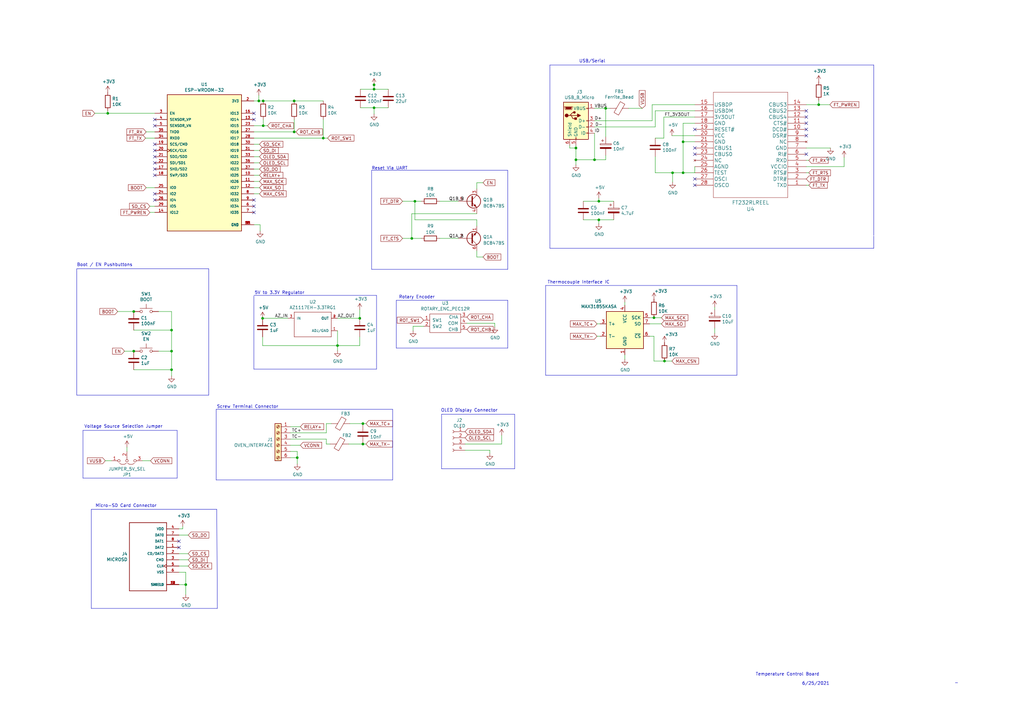
<source format=kicad_sch>
(kicad_sch (version 20230121) (generator eeschema)
  (paper "A3")
  (lib_symbols
    (symbol "AZ1117EH-3.3TRG1:AZ1117EH-3.3TRG1" (pin_names (offset 1.016))
      (property "Reference" "U" (at -7.62 5.08 0))
      (property "Value" "AZ1117EH-3.3TRG1" (at -7.62 -7.62 0))
      (symbol "AZ1117EH-3.3TRG1_0_0"
        (pin power_in line (at 10.16 -2.54 180) (length 2.54) (name "ADJ/GND") (number "1"))
        (pin output line (at 10.16 2.54 180) (length 2.54) (name "OUT") (number "2"))
        (pin input line (at -10.16 2.54 0) (length 2.54) (name "IN") (number "3"))
        (pin output line (at 10.16 2.54 180) (length 2.54) (name "OUT") (number "4"))
      )
    )
    (symbol "Connector:Conn_01x04_Female" (pin_names (offset 1.016) hide)
      (property "Reference" "J" (at 0 5.08 0))
      (property "Value" "Conn_01x04_Female" (at 0 -7.62 0))
      (symbol "Conn_01x04_Female_1_1"
        (pin passive line (at -5.08 2.54 0) (length 3.81) (name "Pin_1") (number "1"))
        (pin passive line (at -5.08 0 0) (length 3.81) (name "Pin_2") (number "2"))
        (pin passive line (at -5.08 -2.54 0) (length 3.81) (name "Pin_3") (number "3"))
        (pin passive line (at -5.08 -5.08 0) (length 3.81) (name "Pin_4") (number "4"))
      )
    )
    (symbol "Connector:Screw_Terminal_01x06" (pin_names (offset 1.016) hide)
      (property "Reference" "J" (at 0 7.62 0))
      (property "Value" "Screw_Terminal_01x06" (at 0 -10.16 0))
      (symbol "Screw_Terminal_01x06_1_1"
        (pin passive line (at -5.08 5.08 0) (length 3.81) (name "Pin_1") (number "1"))
        (pin passive line (at -5.08 2.54 0) (length 3.81) (name "Pin_2") (number "2"))
        (pin passive line (at -5.08 0 0) (length 3.81) (name "Pin_3") (number "3"))
        (pin passive line (at -5.08 -2.54 0) (length 3.81) (name "Pin_4") (number "4"))
        (pin passive line (at -5.08 -5.08 0) (length 3.81) (name "Pin_5") (number "5"))
        (pin passive line (at -5.08 -7.62 0) (length 3.81) (name "Pin_6") (number "6"))
      )
    )
    (symbol "Connector:USB_B_Micro" (pin_names (offset 1.016))
      (property "Reference" "J" (at -5.08 11.43 0))
      (property "Value" "USB_B_Micro" (at -5.08 8.89 0))
      (symbol "USB_B_Micro_1_1"
        (pin power_out line (at 7.62 5.08 180) (length 2.54) (name "VBUS") (number "1"))
        (pin bidirectional line (at 7.62 -2.54 180) (length 2.54) (name "D-") (number "2"))
        (pin bidirectional line (at 7.62 0 180) (length 2.54) (name "D+") (number "3"))
        (pin passive line (at 7.62 -5.08 180) (length 2.54) (name "ID") (number "4"))
        (pin power_out line (at 0 -10.16 90) (length 2.54) (name "GND") (number "5"))
        (pin passive line (at -2.54 -10.16 90) (length 2.54) (name "Shield") (number "6"))
      )
    )
    (symbol "Device:C" (pin_numbers hide) (pin_names (offset 0.254))
      (property "Reference" "C" (at 0.635 2.54 0))
      (property "Value" "C" (at 0.635 -2.54 0))
      (symbol "C_1_1"
        (pin passive line (at 0 3.81 270) (length 2.794) (name "~") (number "1"))
        (pin passive line (at 0 -3.81 90) (length 2.794) (name "~") (number "2"))
      )
    )
    (symbol "Device:C_Polarized" (pin_numbers hide) (pin_names (offset 0.254))
      (property "Reference" "C" (at 0.635 2.54 0))
      (property "Value" "C_Polarized" (at 0.635 -2.54 0))
      (symbol "C_Polarized_1_1"
        (pin passive line (at 0 3.81 270) (length 2.794) (name "~") (number "1"))
        (pin passive line (at 0 -3.81 90) (length 2.794) (name "~") (number "2"))
      )
    )
    (symbol "Device:FerriteBead" (pin_numbers hide) (pin_names (offset 0))
      (property "Reference" "FB" (at -3.81 0.635 90))
      (property "Value" "FerriteBead" (at 3.81 0 90))
      (symbol "FerriteBead_1_1"
        (pin passive line (at 0 3.81 270) (length 2.54) (name "~") (number "1"))
        (pin passive line (at 0 -3.81 90) (length 2.54) (name "~") (number "2"))
      )
    )
    (symbol "Device:R" (pin_numbers hide) (pin_names (offset 0))
      (property "Reference" "R" (at 2.032 0 90))
      (property "Value" "R" (at 0 0 90))
      (symbol "R_1_1"
        (pin passive line (at 0 3.81 270) (length 1.27) (name "~") (number "1"))
        (pin passive line (at 0 -3.81 90) (length 1.27) (name "~") (number "2"))
      )
    )
    (symbol "ESP32:ESP-WROOM-32" (pin_names (offset 1.016))
      (property "Reference" "U" (at -15.2654 28.4988 0))
      (property "Value" "ESP-WROOM-32" (at -15.2654 -31.0642 0))
      (symbol "ESP-WROOM-32_0_0"
        (pin power_in line (at 20.32 -25.4 180) (length 5.08) (name "GND") (number "1"))
        (pin power_in line (at 20.32 -25.4 180) (length 5.08) (name "GND") (number "1.1"))
        (pin bidirectional line (at 20.32 -5.08 180) (length 5.08) (name "IO25") (number "10"))
        (pin bidirectional line (at 20.32 -7.62 180) (length 5.08) (name "IO26") (number "11"))
        (pin bidirectional line (at 20.32 -10.16 180) (length 5.08) (name "IO27") (number "12"))
        (pin bidirectional line (at 20.32 17.78 180) (length 5.08) (name "IO14") (number "13"))
        (pin bidirectional line (at -20.32 -20.32 0) (length 5.08) (name "IO12") (number "14"))
        (pin power_in line (at 20.32 -25.4 180) (length 5.08) (name "GND") (number "15"))
        (pin bidirectional line (at 20.32 20.32 180) (length 5.08) (name "IO13") (number "16"))
        (pin bidirectional line (at -20.32 -2.54 0) (length 5.08) (name "SHD/SD2") (number "17"))
        (pin bidirectional line (at -20.32 -5.08 0) (length 5.08) (name "SWP/SD3") (number "18"))
        (pin bidirectional line (at -20.32 7.62 0) (length 5.08) (name "SCS/CMD") (number "19"))
        (pin power_in line (at 20.32 25.4 180) (length 5.08) (name "3V3") (number "2"))
        (pin bidirectional clock (at -20.32 5.08 0) (length 5.08) (name "SCK/CLK") (number "20"))
        (pin bidirectional line (at -20.32 2.54 0) (length 5.08) (name "SDO/SD0") (number "21"))
        (pin bidirectional line (at -20.32 0 0) (length 5.08) (name "SDI/SD1") (number "22"))
        (pin bidirectional line (at 20.32 15.24 180) (length 5.08) (name "IO15") (number "23"))
        (pin bidirectional line (at -20.32 -12.7 0) (length 5.08) (name "IO2") (number "24"))
        (pin bidirectional line (at -20.32 -10.16 0) (length 5.08) (name "IO0") (number "25"))
        (pin bidirectional line (at -20.32 -15.24 0) (length 5.08) (name "IO4") (number "26"))
        (pin bidirectional line (at 20.32 12.7 180) (length 5.08) (name "IO16") (number "27"))
        (pin bidirectional line (at 20.32 10.16 180) (length 5.08) (name "IO17") (number "28"))
        (pin bidirectional line (at -20.32 -17.78 0) (length 5.08) (name "IO5") (number "29"))
        (pin input line (at -20.32 20.32 0) (length 5.08) (name "EN") (number "3"))
        (pin bidirectional line (at 20.32 7.62 180) (length 5.08) (name "IO18") (number "30"))
        (pin bidirectional line (at 20.32 5.08 180) (length 5.08) (name "IO19") (number "31"))
        (pin bidirectional line (at 20.32 2.54 180) (length 5.08) (name "IO21") (number "33"))
        (pin bidirectional line (at -20.32 10.16 0) (length 5.08) (name "RXD0") (number "34"))
        (pin bidirectional line (at -20.32 12.7 0) (length 5.08) (name "TXD0") (number "35"))
        (pin bidirectional line (at 20.32 0 180) (length 5.08) (name "IO22") (number "36"))
        (pin bidirectional line (at 20.32 -2.54 180) (length 5.08) (name "IO23") (number "37"))
        (pin power_in line (at 20.32 -25.4 180) (length 5.08) (name "GND") (number "38"))
        (pin input line (at -20.32 17.78 0) (length 5.08) (name "SENSOR_VP") (number "4"))
        (pin input line (at -20.32 15.24 0) (length 5.08) (name "SENSOR_VN") (number "5"))
        (pin bidirectional line (at 20.32 -17.78 180) (length 5.08) (name "IO34") (number "6"))
        (pin bidirectional line (at 20.32 -20.32 180) (length 5.08) (name "IO35") (number "7"))
        (pin bidirectional line (at 20.32 -12.7 180) (length 5.08) (name "IO32") (number "8"))
        (pin bidirectional line (at 20.32 -15.24 180) (length 5.08) (name "IO33") (number "9"))
      )
    )
    (symbol "FT232R:FT232RLREEL" (pin_names (offset 0.254))
      (property "Reference" "U" (at 22.86 10.16 0))
      (property "Value" "FT232RLREEL" (at 22.86 7.62 0))
      (symbol "FT232RLREEL_1_1"
        (pin output line (at 0 0 0) (length 7.62) (name "TXD") (number "1"))
        (pin input line (at 0 -22.86 0) (length 7.62) (name "DCD#") (number "10"))
        (pin input line (at 0 -25.4 0) (length 7.62) (name "CTS#") (number "11"))
        (pin bidirectional line (at 0 -27.94 0) (length 7.62) (name "CBUS4") (number "12"))
        (pin bidirectional line (at 0 -30.48 0) (length 7.62) (name "CBUS2") (number "13"))
        (pin bidirectional line (at 0 -33.02 0) (length 7.62) (name "CBUS3") (number "14"))
        (pin bidirectional line (at 45.72 -33.02 180) (length 7.62) (name "USBDP") (number "15"))
        (pin bidirectional line (at 45.72 -30.48 180) (length 7.62) (name "USBDM") (number "16"))
        (pin output line (at 45.72 -27.94 180) (length 7.62) (name "3V3OUT") (number "17"))
        (pin power_in line (at 45.72 -25.4 180) (length 7.62) (name "GND") (number "18"))
        (pin input line (at 45.72 -22.86 180) (length 7.62) (name "RESET#") (number "19"))
        (pin output line (at 0 -2.54 0) (length 7.62) (name "DTR#") (number "2"))
        (pin power_in line (at 45.72 -20.32 180) (length 7.62) (name "VCC") (number "20"))
        (pin power_in line (at 45.72 -17.78 180) (length 7.62) (name "GND") (number "21"))
        (pin bidirectional line (at 45.72 -15.24 180) (length 7.62) (name "CBUS1") (number "22"))
        (pin bidirectional line (at 45.72 -12.7 180) (length 7.62) (name "CBUS0") (number "23"))
        (pin no_connect line (at 45.72 -10.16 180) (length 7.62) (name "NC") (number "24"))
        (pin power_in line (at 45.72 -7.62 180) (length 7.62) (name "AGND") (number "25"))
        (pin input line (at 45.72 -5.08 180) (length 7.62) (name "TEST") (number "26"))
        (pin input line (at 45.72 -2.54 180) (length 7.62) (name "OSCI") (number "27"))
        (pin output line (at 45.72 0 180) (length 7.62) (name "OSCO") (number "28"))
        (pin output line (at 0 -5.08 0) (length 7.62) (name "RTS#") (number "3"))
        (pin power_in line (at 0 -7.62 0) (length 7.62) (name "VCCIO") (number "4"))
        (pin input line (at 0 -10.16 0) (length 7.62) (name "RXD") (number "5"))
        (pin input line (at 0 -12.7 0) (length 7.62) (name "RI#") (number "6"))
        (pin power_in line (at 0 -15.24 0) (length 7.62) (name "GND") (number "7"))
        (pin no_connect line (at 0 -17.78 0) (length 7.62) (name "NC") (number "8"))
        (pin input line (at 0 -20.32 0) (length 7.62) (name "DSR#") (number "9"))
      )
    )
    (symbol "Jumper:Jumper_3_Open" (pin_names (offset 0) hide)
      (property "Reference" "JP" (at -2.54 -2.54 0))
      (property "Value" "Jumper_3_Open" (at 0 2.794 0))
      (symbol "Jumper_3_Open_1_1"
        (pin passive line (at -6.35 0 0) (length 2.54) (name "A") (number "1"))
        (pin passive line (at 0 -3.81 90) (length 2.54) (name "C") (number "2"))
        (pin passive line (at 6.35 0 180) (length 2.54) (name "B") (number "3"))
      )
    )
    (symbol "MEM2067-02-180-00-A_REVB:MEM2067-02-180-00-A_REVB" (pin_names (offset 1.016))
      (property "Reference" "J" (at 0 12.7 0))
      (property "Value" "MEM2067-02-180-00-A_REVB" (at 0 -17.78 0))
      (symbol "MEM2067-02-180-00-A_REVB_0_0"
        (pin bidirectional line (at -5.08 2.54 0) (length 5.08) (name "DAT2") (number "1"))
        (pin passive line (at -5.08 -12.7 0) (length 5.08) (name "SHIELD") (number "10"))
        (pin passive line (at -5.08 -12.7 0) (length 5.08) (name "SHIELD") (number "11"))
        (pin passive line (at -5.08 -12.7 0) (length 5.08) (name "SHIELD") (number "12"))
        (pin bidirectional line (at -5.08 0 0) (length 5.08) (name "CD/DAT3") (number "2"))
        (pin bidirectional line (at -5.08 -2.54 0) (length 5.08) (name "CMD") (number "3"))
        (pin power_in line (at -5.08 10.16 0) (length 5.08) (name "VDD") (number "4"))
        (pin bidirectional clock (at -5.08 -5.08 0) (length 5.08) (name "CLK") (number "5"))
        (pin power_in line (at -5.08 -7.62 0) (length 5.08) (name "VSS") (number "6"))
        (pin bidirectional line (at -5.08 7.62 0) (length 5.08) (name "DAT0") (number "7"))
        (pin bidirectional line (at -5.08 5.08 0) (length 5.08) (name "DAT1") (number "8"))
        (pin passive line (at -5.08 -12.7 0) (length 5.08) (name "SHIELD") (number "9"))
      )
    )
    (symbol "ROTARY_ENC_PEC12R:ROTARY_ENC_PEC12R" (pin_names (offset 1.016))
      (property "Reference" "U" (at 0 5.08 0))
      (property "Value" "ROTARY_ENC_PEC12R" (at 0 -5.08 0))
      (symbol "ROTARY_ENC_PEC12R_1_1"
        (pin input line (at -8.89 1.27 0) (length 2.54) (name "SW1") (number "1"))
        (pin input line (at -8.89 -1.27 0) (length 2.54) (name "SW2") (number "2"))
        (pin input line (at 8.89 2.54 180) (length 2.54) (name "CHA") (number "3"))
        (pin input line (at 8.89 0 180) (length 2.54) (name "COM") (number "4"))
        (pin input line (at 8.89 -2.54 180) (length 2.54) (name "CHB") (number "5"))
      )
    )
    (symbol "Sensor_Temperature:MAX31855KASA" (pin_names (offset 1.016))
      (property "Reference" "U" (at -7.62 8.89 0))
      (property "Value" "MAX31855KASA" (at 1.27 8.89 0))
      (symbol "MAX31855KASA_1_1"
        (pin power_in line (at 0 -10.16 90) (length 2.54) (name "GND") (number "1"))
        (pin passive line (at -10.16 -2.54 0) (length 2.54) (name "T-") (number "2"))
        (pin passive line (at -10.16 2.54 0) (length 2.54) (name "T+") (number "3"))
        (pin power_in line (at 0 10.16 270) (length 2.54) (name "VCC") (number "4"))
        (pin input line (at 10.16 5.08 180) (length 2.54) (name "SCK") (number "5"))
        (pin input line (at 10.16 -2.54 180) (length 2.54) (name "~{CS}") (number "6"))
        (pin tri_state line (at 10.16 2.54 180) (length 2.54) (name "SO") (number "7"))
      )
    )
    (symbol "Switch:SW_Push" (pin_numbers hide) (pin_names (offset 1.016) hide)
      (property "Reference" "SW" (at 1.27 2.54 0))
      (property "Value" "SW_Push" (at 0 -1.524 0))
      (symbol "SW_Push_0_1"
        (pin passive line (at -5.08 0 0) (length 2.54) (name "1") (number "1"))
        (pin passive line (at 5.08 0 180) (length 2.54) (name "2") (number "2"))
      )
    )
    (symbol "Transistor_BJT:BC847BS" (pin_names (offset 0) hide)
      (property "Reference" "Q" (at 5.08 1.27 0))
      (property "Value" "BC847BS" (at 5.08 -1.27 0))
      (symbol "BC847BS_1_1"
        (pin passive line (at 2.54 -5.08 90) (length 2.54) (name "E1") (number "1"))
        (pin input line (at -5.08 0 0) (length 2.54) (name "B1") (number "2"))
        (pin passive line (at 2.54 5.08 270) (length 2.54) (name "C1") (number "6"))
      )
      (symbol "BC847BS_2_1"
        (pin passive line (at 2.54 5.08 270) (length 2.54) (name "C2") (number "3"))
        (pin passive line (at 2.54 -5.08 90) (length 2.54) (name "E2") (number "4"))
        (pin input line (at -5.08 0 0) (length 2.54) (name "B2") (number "5"))
      )
    )
    (symbol "power:+3.3V" (power) (pin_names (offset 0))
      (property "Value" "+3.3V" (at 0 3.556 0))
      (symbol "+3.3V_1_1"
        (pin power_in line (at 0 0 90) (length 0) hide (name "+3V3") (number "1"))
      )
    )
    (symbol "power:+5V" (power) (pin_names (offset 0))
      (property "Value" "+5V" (at 0 3.556 0))
      (symbol "+5V_1_1"
        (pin power_in line (at 0 0 90) (length 0) hide (name "+5V") (number "1"))
      )
    )
    (symbol "power:GND" (power) (pin_names (offset 0))
      (property "Value" "GND" (at 0 -3.81 0))
      (symbol "GND_1_1"
        (pin power_in line (at 0 0 270) (length 0) hide (name "GND") (number "1"))
      )
    )
  )
  (junction (at 236.22 65.532))
  (junction (at 243.84 65.532))
  (junction (at 120.65 41.402))
  (junction (at 268.224 130.302))
  (junction (at 245.618 82.55))
  (junction (at 107.95 51.562))
  (junction (at 275.844 70.866))
  (junction (at 170.18 82.55))
  (junction (at 70.358 144.018))
  (junction (at 248.412 44.45))
  (junction (at 70.358 135.382))
  (junction (at 148.844 182.118))
  (junction (at 107.696 130.556))
  (junction (at 147.574 130.556))
  (junction (at 54.864 127.762))
  (junction (at 153.416 36.576))
  (junction (at 335.788 42.926))
  (junction (at 168.91 97.79))
  (junction (at 280.162 70.866))
  (junction (at 44.196 46.482))
  (junction (at 54.864 144.018))
  (junction (at 107.95 41.402))
  (junction (at 280.162 58.166))
  (junction (at 76.2 239.776))
  (junction (at 148.844 173.736))
  (junction (at 120.65 54.102))
  (junction (at 138.43 141.732))
  (junction (at 132.588 56.642))
  (junction (at 70.358 151.638))
  (junction (at 245.618 90.17))
  (junction (at 121.92 187.706))
  (junction (at 153.416 34.798))
  (junction (at 106.172 41.402))
  (junction (at 272.542 148.082))
  (junction (at 236.22 60.706))
  (junction (at 153.416 44.196))
  (no_connect (at 63.5 61.722))
  (no_connect (at 63.5 66.802))
  (no_connect (at 104.14 87.122))
  (no_connect (at 330.708 53.086))
  (no_connect (at 63.5 64.262))
  (no_connect (at 284.988 60.706))
  (no_connect (at 104.14 46.482))
  (no_connect (at 330.708 55.626))
  (no_connect (at 73.406 221.996))
  (no_connect (at 284.988 75.946))
  (no_connect (at 330.708 45.466))
  (no_connect (at 104.14 82.042))
  (no_connect (at 330.708 50.546))
  (no_connect (at 73.406 224.536))
  (no_connect (at 63.5 69.342))
  (no_connect (at 63.5 71.882))
  (no_connect (at 63.5 82.042))
  (no_connect (at 63.5 51.562))
  (no_connect (at 104.14 49.022))
  (no_connect (at 330.708 48.006))
  (no_connect (at 284.988 73.406))
  (no_connect (at 284.988 63.246))
  (no_connect (at 284.988 53.086))
  (no_connect (at 63.5 59.182))
  (no_connect (at 104.14 84.582))
  (no_connect (at 63.5 49.022))
  (no_connect (at 330.708 63.246))
  (no_connect (at 63.5 79.502))
  (polyline (pts (xy 223.774 117.094) (xy 302.26 117.094)))
  (wire (pts (xy 74.93 216.916) (xy 74.93 215.9)))
  (wire (pts (xy 119.126 180.086) (xy 133.858 180.086)))
  (wire (pts (xy 195.58 74.93) (xy 198.12 74.93)))
  (wire (pts (xy 251.714 82.55) (xy 245.618 82.55)))
  (wire (pts (xy 248.412 63.754) (xy 248.412 65.532)))
  (wire (pts (xy 180.34 97.79) (xy 187.96 97.79)))
  (polyline (pts (xy 31.496 110.236) (xy 31.496 162.052)))
  (wire (pts (xy 245.618 90.17) (xy 245.618 91.694)))
  (wire (pts (xy 275.59 55.626) (xy 284.988 55.626)))
  (wire (pts (xy 153.416 44.196) (xy 153.416 46.736)))
  (wire (pts (xy 267.462 49.53) (xy 267.462 42.926)))
  (wire (pts (xy 104.14 66.802) (xy 106.426 66.802)))
  (wire (pts (xy 195.58 87.63) (xy 168.91 87.63)))
  (polyline (pts (xy 162.56 142.748) (xy 208.28 142.748)))
  (wire (pts (xy 106.172 39.116) (xy 106.172 41.402)))
  (wire (pts (xy 121.92 185.166) (xy 121.92 187.706)))
  (wire (pts (xy 153.416 44.196) (xy 159.258 44.196)))
  (wire (pts (xy 106.68 92.202) (xy 106.68 94.742)))
  (wire (pts (xy 133.858 177.546) (xy 133.858 173.736)))
  (wire (pts (xy 147.574 127) (xy 147.574 130.556)))
  (wire (pts (xy 106.426 79.502) (xy 104.14 79.502)))
  (wire (pts (xy 271.272 130.302) (xy 268.224 130.302)))
  (wire (pts (xy 104.14 61.722) (xy 106.426 61.722)))
  (polyline (pts (xy 302.26 117.094) (xy 302.26 153.924)))
  (wire (pts (xy 143.51 173.736) (xy 148.844 173.736)))
  (wire (pts (xy 330.708 42.926) (xy 335.788 42.926)))
  (wire (pts (xy 266.446 137.922) (xy 268.224 137.922)))
  (wire (pts (xy 272.542 148.082) (xy 275.59 148.082)))
  (polyline (pts (xy 208.28 142.748) (xy 208.28 123.19)))
  (wire (pts (xy 147.828 44.196) (xy 153.416 44.196)))
  (wire (pts (xy 54.864 135.382) (xy 70.358 135.382)))
  (wire (pts (xy 205.74 182.118) (xy 205.74 178.562)))
  (wire (pts (xy 243.84 54.61) (xy 243.84 65.532)))
  (wire (pts (xy 244.856 137.922) (xy 246.126 137.922)))
  (wire (pts (xy 275.844 70.866) (xy 275.844 74.676)))
  (wire (pts (xy 59.944 76.962) (xy 63.5 76.962)))
  (wire (pts (xy 76.2 239.776) (xy 76.2 243.84)))
  (wire (pts (xy 275.844 70.866) (xy 268.732 70.866)))
  (wire (pts (xy 104.14 71.882) (xy 106.426 71.882)))
  (wire (pts (xy 138.43 141.732) (xy 147.574 141.732)))
  (wire (pts (xy 118.11 130.556) (xy 107.696 130.556)))
  (wire (pts (xy 120.65 49.022) (xy 120.65 54.102)))
  (wire (pts (xy 73.406 239.776) (xy 76.2 239.776)))
  (polyline (pts (xy 104.14 121.412) (xy 104.14 151.384)))
  (wire (pts (xy 266.446 132.842) (xy 271.272 132.842)))
  (wire (pts (xy 280.162 58.166) (xy 280.162 70.866)))
  (polyline (pts (xy 89.154 249.555) (xy 88.9 208.915)))
  (wire (pts (xy 248.412 44.45) (xy 248.412 56.134)))
  (wire (pts (xy 44.196 46.482) (xy 63.5 46.482)))
  (wire (pts (xy 200.914 184.658) (xy 200.914 185.928)))
  (wire (pts (xy 73.406 234.696) (xy 76.2 234.696)))
  (wire (pts (xy 54.864 151.638) (xy 70.358 151.638)))
  (wire (pts (xy 346.202 68.326) (xy 346.202 64.516)))
  (wire (pts (xy 331.724 70.866) (xy 330.708 70.866)))
  (wire (pts (xy 170.18 90.17) (xy 195.58 90.17)))
  (wire (pts (xy 65.024 127.762) (xy 70.358 127.762)))
  (polyline (pts (xy 88.646 196.85) (xy 161.036 196.85)))
  (polyline (pts (xy 161.036 167.894) (xy 88.646 167.894)))
  (polyline (pts (xy 358.394 96.52) (xy 358.394 26.67)))
  (wire (pts (xy 106.426 74.422) (xy 104.14 74.422)))
  (wire (pts (xy 133.858 173.736) (xy 135.89 173.736)))
  (polyline (pts (xy 223.774 153.924) (xy 223.774 117.094)))
  (wire (pts (xy 107.696 141.732) (xy 107.696 138.176)))
  (wire (pts (xy 61.468 84.582) (xy 63.5 84.582)))
  (polyline (pts (xy 211.074 169.926) (xy 181.102 169.926)))
  (polyline (pts (xy 85.598 110.236) (xy 31.496 110.236)))
  (wire (pts (xy 180.34 82.55) (xy 187.96 82.55)))
  (wire (pts (xy 284.988 68.326) (xy 284.988 70.866)))
  (wire (pts (xy 138.43 130.556) (xy 147.574 130.556)))
  (wire (pts (xy 153.416 36.576) (xy 159.258 36.576)))
  (wire (pts (xy 280.162 50.546) (xy 280.162 58.166)))
  (wire (pts (xy 233.68 59.69) (xy 233.68 60.706)))
  (wire (pts (xy 168.91 87.63) (xy 168.91 97.79)))
  (wire (pts (xy 138.43 143.764) (xy 138.43 141.732)))
  (wire (pts (xy 169.418 133.858) (xy 169.418 135.636)))
  (wire (pts (xy 195.58 105.41) (xy 198.12 105.41)))
  (polyline (pts (xy 358.394 26.67) (xy 225.552 26.67)))
  (wire (pts (xy 132.588 56.642) (xy 134.366 56.642)))
  (wire (pts (xy 268.732 56.642) (xy 272.288 56.642)))
  (wire (pts (xy 165.1 82.55) (xy 170.18 82.55)))
  (wire (pts (xy 77.216 219.456) (xy 73.406 219.456)))
  (wire (pts (xy 280.162 70.866) (xy 284.988 70.866)))
  (wire (pts (xy 268.732 45.466) (xy 268.732 52.07)))
  (wire (pts (xy 132.588 49.022) (xy 132.588 56.642)))
  (polyline (pts (xy 104.14 151.384) (xy 154.432 151.384)))
  (wire (pts (xy 59.69 56.642) (xy 63.5 56.642)))
  (wire (pts (xy 268.732 52.07) (xy 243.84 52.07)))
  (wire (pts (xy 268.224 148.082) (xy 272.542 148.082)))
  (wire (pts (xy 190.754 184.658) (xy 200.914 184.658)))
  (wire (pts (xy 52.07 185.166) (xy 52.07 183.388)))
  (wire (pts (xy 293.116 134.62) (xy 293.116 136.652)))
  (wire (pts (xy 77.216 227.076) (xy 73.406 227.076)))
  (wire (pts (xy 143.002 182.118) (xy 148.844 182.118)))
  (wire (pts (xy 138.43 141.732) (xy 138.43 135.636)))
  (wire (pts (xy 58.42 188.976) (xy 61.722 188.976)))
  (wire (pts (xy 170.18 82.55) (xy 172.72 82.55)))
  (wire (pts (xy 331.724 65.786) (xy 330.708 65.786)))
  (wire (pts (xy 119.126 185.166) (xy 121.92 185.166)))
  (wire (pts (xy 138.43 141.732) (xy 107.696 141.732)))
  (wire (pts (xy 248.412 44.45) (xy 243.84 44.45)))
  (wire (pts (xy 256.286 147.32) (xy 256.286 145.542)))
  (wire (pts (xy 331.724 75.946) (xy 330.708 75.946)))
  (wire (pts (xy 284.988 45.466) (xy 268.732 45.466)))
  (wire (pts (xy 104.14 41.402) (xy 106.172 41.402)))
  (wire (pts (xy 104.14 51.562) (xy 107.95 51.562)))
  (wire (pts (xy 107.95 51.562) (xy 109.728 51.562)))
  (wire (pts (xy 77.216 232.156) (xy 73.406 232.156)))
  (wire (pts (xy 245.618 82.55) (xy 239.268 82.55)))
  (wire (pts (xy 106.172 41.402) (xy 107.95 41.402)))
  (polyline (pts (xy 208.28 123.19) (xy 162.56 123.19)))
  (wire (pts (xy 233.68 60.706) (xy 236.22 60.706)))
  (wire (pts (xy 147.828 36.576) (xy 153.416 36.576)))
  (wire (pts (xy 243.84 49.53) (xy 267.462 49.53)))
  (wire (pts (xy 104.14 56.642) (xy 132.588 56.642)))
  (wire (pts (xy 70.358 151.638) (xy 70.358 154.178)))
  (wire (pts (xy 267.462 42.926) (xy 284.988 42.926)))
  (polyline (pts (xy 211.074 192.278) (xy 211.074 169.926)))
  (wire (pts (xy 168.91 97.79) (xy 172.72 97.79)))
  (wire (pts (xy 73.406 216.916) (xy 74.93 216.916)))
  (polyline (pts (xy 31.496 162.052) (xy 85.598 162.052)))
  (wire (pts (xy 236.22 59.69) (xy 236.22 60.706)))
  (wire (pts (xy 335.788 42.926) (xy 335.788 41.148)))
  (wire (pts (xy 121.92 190.246) (xy 121.92 187.706)))
  (polyline (pts (xy 37.465 249.555) (xy 89.154 249.555)))
  (polyline (pts (xy 72.644 196.088) (xy 72.644 176.53)))
  (wire (pts (xy 191.516 132.588) (xy 202.946 132.588)))
  (wire (pts (xy 120.65 54.102) (xy 121.412 54.102)))
  (wire (pts (xy 44.196 46.482) (xy 38.862 46.482)))
  (wire (pts (xy 335.788 42.926) (xy 340.36 42.926)))
  (wire (pts (xy 54.864 144.018) (xy 51.054 144.018)))
  (polyline (pts (xy 88.9 208.915) (xy 37.465 208.915)))
  (wire (pts (xy 148.844 182.118) (xy 148.844 181.864)))
  (polyline (pts (xy 225.552 26.67) (xy 225.552 101.854)))
  (wire (pts (xy 243.84 65.532) (xy 236.22 65.532)))
  (polyline (pts (xy 72.644 176.53) (xy 34.036 176.53)))
  (wire (pts (xy 266.446 130.302) (xy 268.224 130.302)))
  (wire (pts (xy 195.58 102.87) (xy 195.58 105.41)))
  (wire (pts (xy 104.14 69.342) (xy 106.426 69.342)))
  (wire (pts (xy 284.988 50.546) (xy 280.162 50.546)))
  (wire (pts (xy 73.406 229.616) (xy 77.216 229.616)))
  (wire (pts (xy 284.988 58.166) (xy 280.162 58.166)))
  (wire (pts (xy 150.114 182.118) (xy 148.844 182.118)))
  (polyline (pts (xy 181.102 192.278) (xy 211.074 192.278)))
  (wire (pts (xy 168.91 97.79) (xy 165.1 97.79)))
  (wire (pts (xy 236.22 60.706) (xy 236.22 65.532)))
  (wire (pts (xy 195.58 90.17) (xy 195.58 92.71)))
  (polyline (pts (xy 34.036 176.53) (xy 34.036 196.088)))
  (polyline (pts (xy 161.036 196.85) (xy 161.036 167.894)))
  (wire (pts (xy 251.714 90.17) (xy 245.618 90.17)))
  (wire (pts (xy 121.92 187.706) (xy 119.126 187.706)))
  (wire (pts (xy 202.946 134.112) (xy 202.946 132.588)))
  (wire (pts (xy 133.858 180.086) (xy 133.858 182.118)))
  (polyline (pts (xy 302.26 153.924) (xy 223.774 153.924)))
  (wire (pts (xy 70.358 127.762) (xy 70.358 135.382)))
  (polyline (pts (xy 162.56 123.19) (xy 162.56 142.748)))
  (wire (pts (xy 293.116 125.984) (xy 293.116 127)))
  (wire (pts (xy 119.126 182.626) (xy 123.19 182.626)))
  (wire (pts (xy 119.126 177.546) (xy 133.858 177.546)))
  (wire (pts (xy 70.358 135.382) (xy 70.358 144.018)))
  (wire (pts (xy 65.024 144.018) (xy 70.358 144.018)))
  (wire (pts (xy 63.5 54.102) (xy 59.944 54.102)))
  (wire (pts (xy 195.58 77.47) (xy 195.58 74.93)))
  (wire (pts (xy 76.2 234.696) (xy 76.2 239.776)))
  (wire (pts (xy 272.288 48.006) (xy 284.988 48.006)))
  (wire (pts (xy 44.196 45.466) (xy 44.196 46.482)))
  (wire (pts (xy 120.65 41.402) (xy 132.588 41.402)))
  (wire (pts (xy 248.412 44.45) (xy 250.19 44.45)))
  (polyline (pts (xy 34.036 196.088) (xy 72.644 196.088)))
  (wire (pts (xy 123.19 175.006) (xy 119.126 175.006)))
  (wire (pts (xy 133.858 182.118) (xy 135.382 182.118)))
  (wire (pts (xy 275.844 70.866) (xy 280.162 70.866)))
  (polyline (pts (xy 88.646 167.894) (xy 88.646 196.85)))
  (polyline (pts (xy 358.394 101.854) (xy 358.394 96.774)))
  (wire (pts (xy 245.618 90.17) (xy 239.268 90.17)))
  (wire (pts (xy 70.358 144.018) (xy 70.358 151.638)))
  (wire (pts (xy 61.468 87.122) (xy 63.5 87.122)))
  (wire (pts (xy 153.416 34.544) (xy 153.416 34.798)))
  (wire (pts (xy 236.22 65.532) (xy 236.22 67.564)))
  (wire (pts (xy 190.754 182.118) (xy 205.74 182.118)))
  (wire (pts (xy 268.732 70.866) (xy 268.732 64.262)))
  (wire (pts (xy 104.14 59.182) (xy 106.426 59.182)))
  (polyline (pts (xy 154.432 151.384) (xy 154.432 121.158)))
  (polyline (pts (xy 37.465 208.915) (xy 37.465 249.555)))
  (wire (pts (xy 245.618 81.28) (xy 245.618 82.55)))
  (wire (pts (xy 173.736 133.858) (xy 169.418 133.858)))
  (wire (pts (xy 45.72 188.976) (xy 43.18 188.976)))
  (wire (pts (xy 257.81 44.45) (xy 263.398 44.45)))
  (polyline (pts (xy 154.432 121.158) (xy 104.14 121.158)))
  (wire (pts (xy 107.95 41.402) (xy 120.65 41.402)))
  (wire (pts (xy 147.574 138.176) (xy 147.574 141.732)))
  (wire (pts (xy 107.95 49.022) (xy 107.95 51.562)))
  (wire (pts (xy 104.14 54.102) (xy 120.65 54.102)))
  (wire (pts (xy 153.416 34.798) (xy 153.416 36.576)))
  (wire (pts (xy 104.14 76.962) (xy 106.426 76.962)))
  (wire (pts (xy 256.286 125.222) (xy 256.286 123.952)))
  (polyline (pts (xy 181.102 169.926) (xy 181.102 192.278)))
  (polyline (pts (xy 225.552 101.854) (xy 358.394 101.854)))
  (wire (pts (xy 244.856 132.842) (xy 246.126 132.842)))
  (wire (pts (xy 268.224 137.922) (xy 268.224 148.082)))
  (wire (pts (xy 330.708 68.326) (xy 346.202 68.326)))
  (polyline (pts (xy 85.598 162.052) (xy 85.598 110.236)))
  (wire (pts (xy 272.288 56.642) (xy 272.288 48.006)))
  (wire (pts (xy 330.708 60.706) (xy 340.614 60.706)))
  (wire (pts (xy 104.14 92.202) (xy 106.68 92.202)))
  (wire (pts (xy 170.18 82.55) (xy 170.18 90.17)))
  (wire (pts (xy 104.14 64.262) (xy 106.426 64.262)))
  (wire (pts (xy 150.114 173.736) (xy 148.844 173.736)))
  (wire (pts (xy 48.26 127.762) (xy 54.864 127.762)))
  (wire (pts (xy 248.412 65.532) (xy 243.84 65.532)))
  (wire (pts (xy 148.844 173.736) (xy 148.844 174.244)))
  (rectangle (start 152.4 69.85) (end 208.28 110.49))
  (text "Screw Terminal Connector" (at 88.9 167.64 0) (effects (font (size 1.27 1.27)) (justify left bottom)))
  (text "Thermocouple Interface IC" (at 224.536 116.586 0) (effects (font (size 1.27 1.27)) (justify left bottom)))
  (text "Reset Via UART" (at 152.4 69.85 0) (effects (font (size 1.27 1.27)) (justify left bottom)))
  (text "6/25/2021" (at 328.93 281.178 0) (effects (font (size 1.27 1.27)) (justify left bottom)))
  (text "Micro-SD Card Connector" (at 39.116 208.28 0) (effects (font (size 1.27 1.27)) (justify left bottom)))
  (text "OLED Display Connector" (at 180.848 169.164 0) (effects (font (size 1.27 1.27)) (justify left bottom)))
  (text "-" (at 391.414 280.924 0) (effects (font (size 1.27 1.27)) (justify left bottom)))
  (text "Voltage Source Selection Jumper" (at 34.544 175.768 0) (effects (font (size 1.27 1.27)) (justify left bottom)))
  (text "USB/Serial" (at 237.49 25.908 0) (effects (font (size 1.27 1.27)) (justify left bottom)))
  (text "5V to 3.3V Regulator" (at 104.394 120.904 0) (effects (font (size 1.27 1.27)) (justify left bottom)))
  (text "Temperature Control Board" (at 309.88 277.368 0) (effects (font (size 1.27 1.27)) (justify left bottom)))
  (text "Boot / EN Pushbuttons" (at 31.496 109.474 0) (effects (font (size 1.27 1.27)) (justify left bottom)))
  (text "Rotary Encoder" (at 163.576 122.682 0) (effects (font (size 1.27 1.27)) (justify left bottom)))
  (label "D+" (at 243.84 49.53 0))
  (label "TC+" (at 119.634 177.546 0))
  (label "VBUS" (at 243.84 44.45 0))
  (label "D-" (at 244.094 52.07 0))
  (label "AZ_IN" (at 118.11 130.556 180))
  (label "TC-" (at 119.634 180.086 0))
  (label "Q1B_B" (at 184.15 82.55 0))
  (label "Q1A_B" (at 184.15 97.79 0))
  (label "AZ_OUT" (at 138.43 130.556 0))
  (label "ID" (at 243.84 54.61 0))
  (label "FT_3V3OUT" (at 272.542 48.006 0))
  (global_label "RELAY+" (shape input) (at 106.426 71.882 0) (property "Intersheetrefs" "${INTERSHEET_REFS}" (effects hide)))
  (global_label "FT_CTS" (shape input) (at 165.1 97.79 180) (property "Intersheetrefs" "${INTERSHEET_REFS}" (effects hide)))
  (global_label "MAX_CSN" (shape input) (at 106.426 79.502 0) (property "Intersheetrefs" "${INTERSHEET_REFS}" (effects hide)))
  (global_label "OLED_SCL" (shape input) (at 190.754 179.578 0) (property "Intersheetrefs" "${INTERSHEET_REFS}" (effects hide)))
  (global_label "FT_PWREN" (shape input) (at 340.36 42.926 0) (property "Intersheetrefs" "${INTERSHEET_REFS}" (effects hide)))
  (global_label "FT_DTR" (shape input) (at 330.708 73.406 0) (property "Intersheetrefs" "${INTERSHEET_REFS}" (effects hide)))
  (global_label "SD_DO" (shape input) (at 77.216 219.456 0) (property "Intersheetrefs" "${INTERSHEET_REFS}" (effects hide)))
  (global_label "FT_RX" (shape input) (at 331.724 65.786 0) (property "Intersheetrefs" "${INTERSHEET_REFS}" (effects hide)))
  (global_label "SD_DI" (shape input) (at 77.216 229.616 0) (property "Intersheetrefs" "${INTERSHEET_REFS}" (effects hide)))
  (global_label "MAX_SCK" (shape input) (at 106.426 74.422 0) (property "Intersheetrefs" "${INTERSHEET_REFS}" (effects hide)))
  (global_label "ROT_SW1" (shape input) (at 134.366 56.642 0) (property "Intersheetrefs" "${INTERSHEET_REFS}" (effects hide)))
  (global_label "MAX_TX-" (shape input) (at 244.856 137.922 180) (property "Intersheetrefs" "${INTERSHEET_REFS}" (effects hide)))
  (global_label "VUSB" (shape input) (at 43.18 188.976 180) (property "Intersheetrefs" "${INTERSHEET_REFS}" (effects hide)))
  (global_label "VCONN" (shape input) (at 123.19 182.626 0) (property "Intersheetrefs" "${INTERSHEET_REFS}" (effects hide)))
  (global_label "VCONN" (shape input) (at 61.722 188.976 0) (property "Intersheetrefs" "${INTERSHEET_REFS}" (effects hide)))
  (global_label "FT_TX" (shape input) (at 59.69 56.642 180) (property "Intersheetrefs" "${INTERSHEET_REFS}" (effects hide)))
  (global_label "SD_CS" (shape input) (at 61.468 84.582 180) (property "Intersheetrefs" "${INTERSHEET_REFS}" (effects hide)))
  (global_label "SD_SCK" (shape input) (at 77.216 232.156 0) (property "Intersheetrefs" "${INTERSHEET_REFS}" (effects hide)))
  (global_label "MAX_SO" (shape input) (at 271.272 132.842 0) (property "Intersheetrefs" "${INTERSHEET_REFS}" (effects hide)))
  (global_label "FT_RTS" (shape input) (at 331.724 70.866 0) (property "Intersheetrefs" "${INTERSHEET_REFS}" (effects hide)))
  (global_label "BOOT" (shape input) (at 48.26 127.762 180) (property "Intersheetrefs" "${INTERSHEET_REFS}" (effects hide)))
  (global_label "MAX_SCK" (shape input) (at 271.272 130.302 0) (property "Intersheetrefs" "${INTERSHEET_REFS}" (effects hide)))
  (global_label "VUSB" (shape input) (at 263.398 44.45 90) (property "Intersheetrefs" "${INTERSHEET_REFS}" (effects hide)))
  (global_label "EN" (shape input) (at 51.054 144.018 180) (property "Intersheetrefs" "${INTERSHEET_REFS}" (effects hide)))
  (global_label "ROT_CHA" (shape input) (at 109.728 51.562 0) (property "Intersheetrefs" "${INTERSHEET_REFS}" (effects hide)))
  (global_label "SD_CS" (shape input) (at 77.216 227.076 0) (property "Intersheetrefs" "${INTERSHEET_REFS}" (effects hide)))
  (global_label "ROT_CHA" (shape input) (at 191.516 130.048 0) (property "Intersheetrefs" "${INTERSHEET_REFS}" (effects hide)))
  (global_label "FT_PWREN" (shape input) (at 61.468 87.122 180) (property "Intersheetrefs" "${INTERSHEET_REFS}" (effects hide)))
  (global_label "SD_SCK" (shape input) (at 106.426 59.182 0) (property "Intersheetrefs" "${INTERSHEET_REFS}" (effects hide)))
  (global_label "OLED_SCL" (shape input) (at 106.426 66.802 0) (property "Intersheetrefs" "${INTERSHEET_REFS}" (effects hide)))
  (global_label "ROT_SW1" (shape input) (at 173.736 131.318 180) (property "Intersheetrefs" "${INTERSHEET_REFS}" (effects hide)))
  (global_label "EN" (shape input) (at 38.862 46.482 180) (property "Intersheetrefs" "${INTERSHEET_REFS}" (effects hide)))
  (global_label "FT_TX" (shape input) (at 331.724 75.946 0) (property "Intersheetrefs" "${INTERSHEET_REFS}" (effects hide)))
  (global_label "OLED_SDA" (shape input) (at 106.426 64.262 0) (property "Intersheetrefs" "${INTERSHEET_REFS}" (effects hide)))
  (global_label "ROT_CHB" (shape input) (at 121.412 54.102 0) (property "Intersheetrefs" "${INTERSHEET_REFS}" (effects hide)))
  (global_label "MAX_CSN" (shape input) (at 275.59 148.082 0) (property "Intersheetrefs" "${INTERSHEET_REFS}" (effects hide)))
  (global_label "FT_DTR" (shape input) (at 165.1 82.55 180) (property "Intersheetrefs" "${INTERSHEET_REFS}" (effects hide)))
  (global_label "MAX_TC+" (shape input) (at 244.856 132.842 180) (property "Intersheetrefs" "${INTERSHEET_REFS}" (effects hide)))
  (global_label "BOOT" (shape input) (at 198.12 105.41 0) (property "Intersheetrefs" "${INTERSHEET_REFS}" (effects hide)))
  (global_label "FT_RX" (shape input) (at 59.944 54.102 180) (property "Intersheetrefs" "${INTERSHEET_REFS}" (effects hide)))
  (global_label "EN" (shape input) (at 198.12 74.93 0) (property "Intersheetrefs" "${INTERSHEET_REFS}" (effects hide)))
  (global_label "OLED_SDA" (shape input) (at 190.754 177.038 0) (property "Intersheetrefs" "${INTERSHEET_REFS}" (effects hide)))
  (global_label "MAX_TC+" (shape input) (at 150.114 173.736 0) (property "Intersheetrefs" "${INTERSHEET_REFS}" (effects hide)))
  (global_label "SD_DO" (shape input) (at 106.426 69.342 0) (property "Intersheetrefs" "${INTERSHEET_REFS}" (effects hide)))
  (global_label "MAX_TX-" (shape input) (at 150.114 182.118 0) (property "Intersheetrefs" "${INTERSHEET_REFS}" (effects hide)))
  (global_label "ROT_CHB" (shape input) (at 191.516 135.128 0) (property "Intersheetrefs" "${INTERSHEET_REFS}" (effects hide)))
  (global_label "SD_DI" (shape input) (at 106.426 61.722 0) (property "Intersheetrefs" "${INTERSHEET_REFS}" (effects hide)))
  (global_label "BOOT" (shape input) (at 59.944 76.962 180) (property "Intersheetrefs" "${INTERSHEET_REFS}" (effects hide)))
  (global_label "MAX_SO" (shape input) (at 106.426 76.962 0) (property "Intersheetrefs" "${INTERSHEET_REFS}" (effects hide)))
  (global_label "RELAY+" (shape input) (at 123.19 175.006 0) (property "Intersheetrefs" "${INTERSHEET_REFS}" (effects hide)))
  (symbol (lib_id "ESP32:ESP-WROOM-32") (at 83.82 66.802 0) (unit 1)
    (property "Reference" "U1" (at 83.82 34.6202 0))
    (property "Value" "ESP-WROOM-32" (at 83.82 36.9316 0))
    (property "Footprint" "esp32:MODULE_ESP-WROOM-32" (effects hide))
    (property "AVAILABILITY" "Warning" (effects hide))
    (property "DESCRIPTION" "Module: combo; GPIO, I2C x2, I2S x2, SDIO, SPI x3, UART x3; 19.5dBm" (effects hide))
    (property "PACKAGE" "Module Espressif Systems" (effects hide))
    (property "MF" "Olimex LTD" (effects hide))
    (property "PRICE" "4.57 USD" (effects hide))
    (property "MP" "ESP-WROOM-32" (effects hide))
  )
  (symbol (lib_id "Switch:SW_Push") (at 59.944 127.762 0) (unit 1)
    (property "Reference" "SW1" (at 59.944 120.523 0))
    (property "Value" "BOOT" (at 59.944 122.8344 0))
    (property "Footprint" "tactile_switch:PTS645SK43SMTR92LF-CONNECTED" (effects hide))
  )
  (symbol (lib_id "Switch:SW_Push") (at 59.944 144.018 0) (unit 1)
    (property "Reference" "SW2" (at 59.944 136.779 0))
    (property "Value" "EN" (at 59.944 139.0904 0))
    (property "Footprint" "tactile_switch:PTS645SK43SMTR92LF-CONNECTED" (effects hide))
  )
  (symbol (lib_id "power:+3.3V") (at 147.574 127 0) (unit 1)
    (property "Reference" "#PWR09" (effects hide))
    (property "Value" "+3.3V" (at 147.955 122.6058 0))
  )
  (symbol (lib_id "power:GND") (at 70.358 154.178 0) (unit 1)
    (property "Reference" "#PWR03" (effects hide))
    (property "Value" "GND" (at 70.485 158.5722 0))
  )
  (symbol (lib_id "AZ1117EH-3.3TRG1:AZ1117EH-3.3TRG1") (at 128.27 133.096 0) (unit 1)
    (property "Reference" "U2" (at 128.27 123.825 0))
    (property "Value" "AZ1117EH-3.3TRG1" (at 128.27 126.1364 0))
    (property "Footprint" "3V3_regulator:SOT230P700X180-4N" (effects hide))
    (property "Datasheet" "IPC-7351B" (effects hide))
    (property "Field4" "3-2" (effects hide))
    (property "Field5" "DIODES" (effects hide))
  )
  (symbol (lib_id "Device:C") (at 107.696 134.366 0) (unit 1)
    (property "Reference" "C3" (at 110.617 133.1976 0) (effects (justify left)))
    (property "Value" "1uF" (at 110.617 135.509 0) (effects (justify left)))
    (property "Footprint" "Capacitor_SMD:C_0805_2012Metric_Pad1.18x1.45mm_HandSolder" (effects hide))
  )
  (symbol (lib_id "Device:C") (at 147.574 134.366 0) (unit 1)
    (property "Reference" "C4" (at 150.495 133.1976 0) (effects (justify left)))
    (property "Value" "1uF" (at 150.495 135.509 0) (effects (justify left)))
    (property "Footprint" "Capacitor_SMD:C_0805_2012Metric_Pad1.18x1.45mm_HandSolder" (effects hide))
  )
  (symbol (lib_id "power:GND") (at 138.43 143.764 0) (unit 1)
    (property "Reference" "#PWR08" (effects hide))
    (property "Value" "GND" (at 138.557 148.1582 0))
  )
  (symbol (lib_id "power:+5V") (at 107.696 130.556 0) (unit 1)
    (property "Reference" "#PWR06" (effects hide))
    (property "Value" "+5V" (at 108.077 126.1618 0))
  )
  (symbol (lib_id "ROTARY_ENC_PEC12R:ROTARY_ENC_PEC12R") (at 182.626 132.588 0) (unit 1)
    (property "Reference" "U3" (at 182.626 124.333 0))
    (property "Value" "ROTARY_ENC_PEC12R" (at 182.626 126.6444 0))
    (property "Footprint" "ROTARY_ENC_PEC12R:ROTARY_ENC_PEC12R" (effects hide))
  )
  (symbol (lib_id "power:GND") (at 202.946 134.112 0) (unit 1)
    (property "Reference" "#PWR013" (effects hide))
    (property "Value" "GND" (at 203.073 138.5062 0))
  )
  (symbol (lib_id "power:GND") (at 169.418 135.636 0) (unit 1)
    (property "Reference" "#PWR010" (effects hide))
    (property "Value" "GND" (at 169.545 140.0302 0))
  )
  (symbol (lib_id "Device:C") (at 54.864 131.572 0) (unit 1)
    (property "Reference" "C1" (at 57.785 130.4036 0) (effects (justify left)))
    (property "Value" "100nF" (at 57.785 132.715 0) (effects (justify left)))
    (property "Footprint" "Capacitor_SMD:C_0805_2012Metric_Pad1.18x1.45mm_HandSolder" (effects hide))
  )
  (symbol (lib_id "Device:C") (at 54.864 147.828 0) (unit 1)
    (property "Reference" "C2" (at 57.785 146.6596 0) (effects (justify left)))
    (property "Value" "1uF" (at 57.785 148.971 0) (effects (justify left)))
    (property "Footprint" "Capacitor_SMD:C_0805_2012Metric_Pad1.18x1.45mm_HandSolder" (effects hide))
  )
  (symbol (lib_id "power:+3.3V") (at 106.172 39.116 0) (unit 1)
    (property "Reference" "#PWR04" (effects hide))
    (property "Value" "+3.3V" (at 106.553 34.7218 0))
  )
  (symbol (lib_id "Jumper:Jumper_3_Open") (at 52.07 188.976 0) (mirror x) (unit 1)
    (property "Reference" "JP1" (at 52.07 194.6656 0))
    (property "Value" "JUMPER_5V_SEL" (at 52.07 192.3542 0))
    (property "Footprint" "Jumper:SolderJumper-3_P1.3mm_Open_Pad1.0x1.5mm" (effects hide))
  )
  (symbol (lib_id "power:+5V") (at 52.07 183.388 0) (unit 1)
    (property "Reference" "#PWR01" (effects hide))
    (property "Value" "+5V" (at 52.451 178.9938 0))
  )
  (symbol (lib_id "power:GND") (at 245.618 91.694 0) (unit 1)
    (property "Reference" "#PWR016" (effects hide))
    (property "Value" "GND" (at 245.745 96.0882 0))
  )
  (symbol (lib_id "Device:C_Polarized") (at 251.714 86.36 0) (unit 1)
    (property "Reference" "C7" (at 254.7112 85.1916 0) (effects (justify left)))
    (property "Value" "4.7uF" (at 254.7112 87.503 0) (effects (justify left)))
    (property "Footprint" "Capacitor_SMD:C_0805_2012Metric_Pad1.18x1.45mm_HandSolder" (effects hide))
  )
  (symbol (lib_id "Device:C") (at 239.268 86.36 0) (unit 1)
    (property "Reference" "C5" (at 242.189 85.1916 0) (effects (justify left)))
    (property "Value" "100nF" (at 242.189 87.503 0) (effects (justify left)))
    (property "Footprint" "Capacitor_SMD:C_0805_2012Metric_Pad1.18x1.45mm_HandSolder" (effects hide))
  )
  (symbol (lib_id "Device:R") (at 335.788 37.338 0) (unit 1)
    (property "Reference" "R5" (at 337.566 36.1696 0) (effects (justify left)))
    (property "Value" "1K" (at 337.566 38.481 0) (effects (justify left)))
    (property "Footprint" "Resistor_SMD:R_0805_2012Metric_Pad1.20x1.40mm_HandSolder" (effects hide))
  )
  (symbol (lib_id "power:GND") (at 340.614 60.706 0) (unit 1)
    (property "Reference" "#PWR020" (effects hide))
    (property "Value" "GND" (at 340.741 65.1002 0))
  )
  (symbol (lib_id "power:+3.3V") (at 346.202 64.516 0) (unit 1)
    (property "Reference" "#PWR021" (effects hide))
    (property "Value" "+3.3V" (at 346.583 60.1218 0))
  )
  (symbol (lib_id "power:GND") (at 275.844 74.676 0) (unit 1)
    (property "Reference" "#PWR018" (effects hide))
    (property "Value" "GND" (at 275.971 79.0702 0))
  )
  (symbol (lib_id "Device:C") (at 268.732 60.452 0) (unit 1)
    (property "Reference" "C8" (at 271.653 59.2836 0) (effects (justify left)))
    (property "Value" "100nF" (at 271.653 61.595 0) (effects (justify left)))
    (property "Footprint" "Capacitor_SMD:C_0805_2012Metric_Pad1.18x1.45mm_HandSolder" (effects hide))
  )
  (symbol (lib_id "power:+5V") (at 275.59 55.626 0) (unit 1)
    (property "Reference" "#PWR017" (effects hide))
    (property "Value" "+5V" (at 275.971 51.2318 0))
  )
  (symbol (lib_id "Device:C_Polarized") (at 248.412 59.944 0) (unit 1)
    (property "Reference" "C6" (at 251.4092 58.7756 0) (effects (justify left)))
    (property "Value" "10nF" (at 251.4092 61.087 0) (effects (justify left)))
    (property "Footprint" "Capacitor_SMD:C_0805_2012Metric_Pad1.18x1.45mm_HandSolder" (effects hide))
  )
  (symbol (lib_id "Device:FerriteBead") (at 254 44.45 270) (unit 1)
    (property "Reference" "FB1" (at 254 37.4904 90))
    (property "Value" "Ferrite_Bead" (at 254 39.8018 90))
    (property "Footprint" "Resistor_SMD:R_0805_2012Metric_Pad1.20x1.40mm_HandSolder" (effects hide))
  )
  (symbol (lib_id "FT232R:FT232RLREEL") (at 330.708 75.946 180) (unit 1)
    (property "Reference" "U4" (at 307.848 85.7758 0) (effects (font (size 1.524 1.524))))
    (property "Value" "FT232RLREEL" (at 307.848 83.0834 0) (effects (font (size 1.524 1.524))))
    (property "Footprint" "ft232r:FT232RLREEL" (effects hide))
  )
  (symbol (lib_id "Connector:USB_B_Micro") (at 236.22 49.53 0) (unit 1)
    (property "Reference" "J3" (at 237.6678 37.6682 0))
    (property "Value" "USB_B_Micro" (at 237.6678 39.9796 0))
    (property "Footprint" "usb_connector:GCT_USB3076-XX-X_REVC" (effects hide))
  )
  (symbol (lib_id "power:GND") (at 236.22 67.564 0) (unit 1)
    (property "Reference" "#PWR014" (effects hide))
    (property "Value" "GND" (at 236.347 71.9582 0))
  )
  (symbol (lib_id "power:+5V") (at 245.618 81.28 0) (unit 1)
    (property "Reference" "#PWR015" (effects hide))
    (property "Value" "+5V" (at 245.999 76.8858 0))
  )
  (symbol (lib_id "power:+3.3V") (at 335.788 33.528 0) (unit 1)
    (property "Reference" "#PWR019" (effects hide))
    (property "Value" "+3.3V" (at 336.169 29.1338 0))
  )
  (symbol (lib_id "Connector:Screw_Terminal_01x06") (at 114.046 180.086 0) (mirror y) (unit 1)
    (property "Reference" "J1" (at 112.014 180.2892 0) (effects (justify left)))
    (property "Value" "OVEN_INTERFACE" (at 112.014 182.6006 0) (effects (justify left)))
    (property "Footprint" "TerminalBlock:TerminalBlock_bornier-6_P5.08mm" (effects hide))
  )
  (symbol (lib_id "power:GND") (at 121.92 190.246 0) (unit 1)
    (property "Reference" "#PWR07" (effects hide))
    (property "Value" "GND" (at 122.047 194.6402 0))
  )
  (symbol (lib_id "power:GND") (at 106.68 94.742 0) (unit 1)
    (property "Reference" "#PWR05" (effects hide))
    (property "Value" "GND" (at 106.807 99.1362 0))
  )
  (symbol (lib_id "Device:R") (at 44.196 41.656 0) (unit 1)
    (property "Reference" "R1" (at 45.974 40.4876 0) (effects (justify left)))
    (property "Value" "10K" (at 45.974 42.799 0) (effects (justify left)))
    (property "Footprint" "Resistor_SMD:R_0805_2012Metric_Pad1.20x1.40mm_HandSolder" (effects hide))
  )
  (symbol (lib_id "power:+3.3V") (at 44.196 37.846 0) (unit 1)
    (property "Reference" "#PWR02" (effects hide))
    (property "Value" "+3.3V" (at 44.577 33.4518 0))
  )
  (symbol (lib_id "Device:R") (at 107.95 45.212 0) (unit 1)
    (property "Reference" "R2" (at 109.728 44.0436 0) (effects (justify left)))
    (property "Value" "10K" (at 109.728 46.355 0) (effects (justify left)))
    (property "Footprint" "Resistor_SMD:R_0805_2012Metric_Pad1.20x1.40mm_HandSolder" (effects hide))
  )
  (symbol (lib_id "Device:R") (at 120.65 45.212 0) (unit 1)
    (property "Reference" "R3" (at 122.428 44.0436 0) (effects (justify left)))
    (property "Value" "10K" (at 122.428 46.355 0) (effects (justify left)))
    (property "Footprint" "Resistor_SMD:R_0805_2012Metric_Pad1.20x1.40mm_HandSolder" (effects hide))
  )
  (symbol (lib_id "Device:R") (at 132.588 45.212 0) (unit 1)
    (property "Reference" "R4" (at 134.366 44.0436 0) (effects (justify left)))
    (property "Value" "10K" (at 134.366 46.355 0) (effects (justify left)))
    (property "Footprint" "Resistor_SMD:R_0805_2012Metric_Pad1.20x1.40mm_HandSolder" (effects hide))
  )
  (symbol (lib_id "Connector:Conn_01x04_Female") (at 185.674 179.578 0) (mirror y) (unit 1)
    (property "Reference" "J2" (at 188.4172 172.339 0))
    (property "Value" "OLED" (at 188.4172 174.6504 0))
    (property "Footprint" "Connector_PinHeader_2.54mm:PinHeader_1x04_P2.54mm_Vertical" (effects hide))
  )
  (symbol (lib_id "power:GND") (at 200.914 185.928 0) (unit 1)
    (property "Reference" "#PWR011" (effects hide))
    (property "Value" "GND" (at 201.041 190.3222 0))
  )
  (symbol (lib_id "power:+3.3V") (at 205.74 178.562 0) (unit 1)
    (property "Reference" "#PWR012" (effects hide))
    (property "Value" "+3.3V" (at 206.121 174.1678 0))
  )
  (symbol (lib_id "MEM2067-02-180-00-A_REVB:MEM2067-02-180-00-A_REVB") (at 68.326 227.076 0) (mirror y) (unit 1)
    (property "Reference" "J4" (at 52.324 227.1776 0) (effects (justify left)))
    (property "Value" "MICROSD" (at 52.324 229.489 0) (effects (justify left)))
    (property "Footprint" "microsd_connector:GCT_MEM2067-02-180-00-A_REVB" (effects hide))
    (property "MANUFACTURER" "GCT" (effects hide))
  )
  (symbol (lib_id "power:+3.3V") (at 74.93 215.9 0) (unit 1)
    (property "Reference" "#PWR0101" (effects hide))
    (property "Value" "+3.3V" (at 75.311 211.5058 0))
  )
  (symbol (lib_id "power:GND") (at 76.2 243.84 0) (unit 1)
    (property "Reference" "#PWR0102" (effects hide))
    (property "Value" "GND" (at 76.327 248.2342 0))
  )
  (symbol (lib_id "power:+3.3V") (at 153.416 34.798 0) (unit 1)
    (property "Reference" "#PWR0110" (effects hide))
    (property "Value" "+3.3V" (at 153.797 30.4038 0))
  )
  (symbol (lib_id "Device:C") (at 147.828 40.386 0) (unit 1)
    (property "Reference" "C12" (at 150.749 39.2176 0) (effects (justify left)))
    (property "Value" "100nF" (at 150.749 41.529 0) (effects (justify left)))
    (property "Footprint" "Capacitor_SMD:C_0805_2012Metric_Pad1.18x1.45mm_HandSolder" (effects hide))
  )
  (symbol (lib_id "Device:C") (at 159.258 40.386 0) (unit 1)
    (property "Reference" "C13" (at 162.179 39.2176 0) (effects (justify left)))
    (property "Value" "22uF" (at 162.179 41.529 0) (effects (justify left)))
    (property "Footprint" "Capacitor_SMD:C_0805_2012Metric_Pad1.18x1.45mm_HandSolder" (effects hide))
  )
  (symbol (lib_id "Sensor_Temperature:MAX31855KASA") (at 256.286 135.382 0) (unit 1)
    (property "Reference" "U5" (at 245.364 123.444 0))
    (property "Value" "MAX31855KASA" (at 245.618 125.73 0))
    (property "Footprint" "Package_SO:SOIC-8_3.9x4.9mm_P1.27mm" (effects hide))
    (property "Datasheet" "http://datasheets.maximintegrated.com/en/ds/MAX31855.pdf" (effects hide))
  )
  (symbol (lib_id "power:GND") (at 153.416 46.736 0) (unit 1)
    (property "Reference" "#PWR0111" (effects hide))
    (property "Value" "GND" (at 153.543 51.1302 0))
  )
  (symbol (lib_id "power:+3.3V") (at 256.286 123.952 0) (unit 1)
    (property "Reference" "#PWR0103" (effects hide))
    (property "Value" "+3.3V" (at 256.667 119.5578 0))
  )
  (symbol (lib_id "power:GND") (at 256.286 147.32 0) (unit 1)
    (property "Reference" "#PWR0104" (effects hide))
    (property "Value" "GND" (at 256.413 151.7142 0))
  )
  (symbol (lib_id "Device:FerriteBead") (at 139.7 173.736 270) (unit 1)
    (property "Reference" "FB3" (at 141.732 169.672 90))
    (property "Value" "Ferrite_Bead" (effects hide))
    (property "Footprint" "Resistor_SMD:R_0805_2012Metric_Pad1.20x1.40mm_HandSolder" (effects hide))
  )
  (symbol (lib_id "Device:FerriteBead") (at 139.192 182.118 270) (unit 1)
    (property "Reference" "FB2" (at 142.24 178.562 90))
    (property "Value" "Ferrite_Bead" (effects hide))
    (property "Footprint" "Resistor_SMD:R_0805_2012Metric_Pad1.20x1.40mm_HandSolder" (effects hide))
  )
  (symbol (lib_id "Device:C") (at 148.844 178.054 0) (unit 1)
    (property "Reference" "C9" (at 151.765 176.8856 0) (effects (justify left)))
    (property "Value" "10nF" (at 151.765 179.197 0) (effects (justify left)))
    (property "Footprint" "Capacitor_SMD:C_0805_2012Metric_Pad1.18x1.45mm_HandSolder" (effects hide))
  )
  (symbol (lib_id "Device:R") (at 268.224 126.492 0) (unit 1)
    (property "Reference" "R6" (at 270.002 125.3236 0) (effects (justify left)))
    (property "Value" "10K" (at 270.002 127.635 0) (effects (justify left)))
    (property "Footprint" "Resistor_SMD:R_0805_2012Metric_Pad1.20x1.40mm_HandSolder" (effects hide))
  )
  (symbol (lib_id "Device:R") (at 272.542 144.272 0) (unit 1)
    (property "Reference" "R7" (at 274.32 143.1036 0) (effects (justify left)))
    (property "Value" "10K" (at 274.32 145.415 0) (effects (justify left)))
    (property "Footprint" "Resistor_SMD:R_0805_2012Metric_Pad1.20x1.40mm_HandSolder" (effects hide))
  )
  (symbol (lib_id "power:+3.3V") (at 272.542 140.462 0) (unit 1)
    (property "Reference" "#PWR0105" (effects hide))
    (property "Value" "+3.3V" (at 275.336 137.16 0))
  )
  (symbol (lib_id "power:+3.3V") (at 268.224 122.682 0) (unit 1)
    (property "Reference" "#PWR0106" (effects hide))
    (property "Value" "+3.3V" (at 271.018 119.38 0))
  )
  (symbol (lib_id "Device:C_Polarized") (at 293.116 130.81 0) (unit 1)
    (property "Reference" "C10" (at 296.1132 129.6416 0) (effects (justify left)))
    (property "Value" "10uF" (at 296.1132 131.953 0) (effects (justify left)))
    (property "Footprint" "Capacitor_SMD:C_0805_2012Metric_Pad1.18x1.45mm_HandSolder" (effects hide))
  )
  (symbol (lib_id "power:+3.3V") (at 293.116 125.984 0) (unit 1)
    (property "Reference" "#PWR0107" (effects hide))
    (property "Value" "+3.3V" (at 293.497 121.5898 0))
  )
  (symbol (lib_id "power:GND") (at 293.116 136.652 0) (unit 1)
    (property "Reference" "#PWR0108" (effects hide))
    (property "Value" "GND" (at 293.243 141.0462 0))
  )
  (symbol (lib_id "Transistor_BJT:BC847BS") (at 193.04 97.79 0) (mirror x) (unit 1)
    (property "Reference" "Q1" (at 198.12 97.155 0) (effects (justify left)))
    (property "Value" "BC847BS" (at 198.12 99.695 0) (effects (justify left)))
    (property "Footprint" "Package_TO_SOT_SMD:SOT-363_SC-70-6" (effects hide))
    (property "Datasheet" "https://assets.nexperia.com/documents/data-sheet/BC847BS.pdf" (effects hide))
  )
  (symbol (lib_id "Device:R") (at 176.53 97.79 90) (unit 1)
    (property "Reference" "R9" (at 176.53 92.71 90))
    (property "Value" "10K" (at 176.53 95.25 90))
    (property "Footprint" "Resistor_SMD:R_0805_2012Metric_Pad1.20x1.40mm_HandSolder" (effects hide))
  )
  (symbol (lib_id "Device:R") (at 176.53 82.55 90) (unit 1)
    (property "Reference" "R8" (at 176.53 77.47 90))
    (property "Value" "10K" (at 176.53 80.01 90))
    (property "Footprint" "Resistor_SMD:R_0805_2012Metric_Pad1.20x1.40mm_HandSolder" (effects hide))
  )
  (symbol (lib_id "Transistor_BJT:BC847BS") (at 193.04 82.55 0) (unit 2)
    (property "Reference" "Q1" (at 198.12 81.915 0) (effects (justify left)))
    (property "Value" "BC847BS" (at 198.12 84.455 0) (effects (justify left)))
    (property "Footprint" "Package_TO_SOT_SMD:SOT-363_SC-70-6" (effects hide))
    (property "Datasheet" "https://assets.nexperia.com/documents/data-sheet/BC847BS.pdf" (effects hide))
  )
)
</source>
